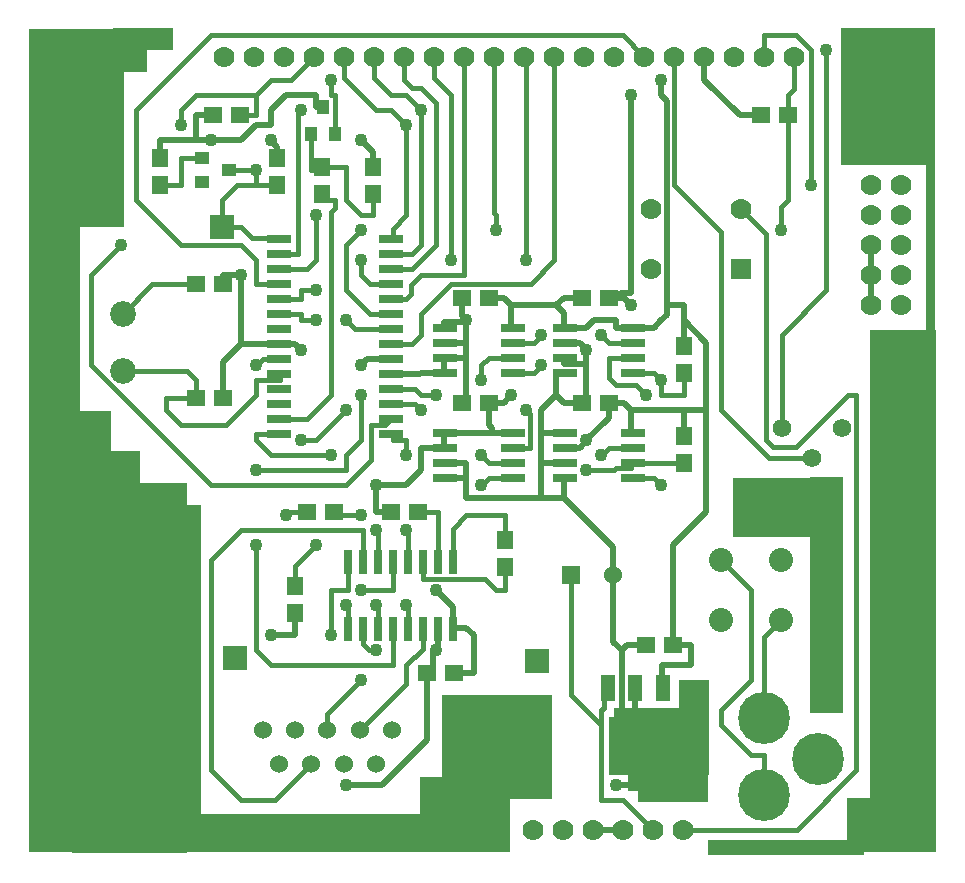
<source format=gbr>
G04 GERBER ASCII OUTPUT FROM: EDWIN 2000 (VER. 1.1 REV. 20011025)*
G04 GERBER FORMAT: RX-274-X*
G04 BOARD: PROTON_SER_GLCD*
G04 ARTWORK OF COMP.LAYER POSITIVE*
%ASAXBY*%
%FSLAX23Y23*%
%MIA0B0*%
%MOIN*%
%OFA0.0000B0.0000*%
%SFA1B1*%
%IJA0B0*%
%INLAYER2POS*%
%IOA0B0*%
%IPPOS*%
%IR0*%
G04 APERTURE MACROS*
%AMEDWDONUT*
1,1,$1,$2,$3*
1,0,$4,$2,$3*
%
%AMEDWFRECT*
2,1,$1,$2,$3,$4,$5,$6*
%
%AMEDWORECT*
2,1,$1,$2,$3,$4,$5,$10*
2,1,$1,$4,$5,$6,$7,$10*
2,1,$1,$6,$7,$8,$9,$10*
2,1,$1,$8,$9,$2,$3,$10*
1,1,$1,$2,$3*
1,1,$1,$4,$5*
1,1,$1,$6,$7*
1,1,$1,$8,$9*
%
%AMEDWLINER*
2,1,$1,$2,$3,$4,$5,$6*
1,1,$1,$2,$3*
1,1,$1,$4,$5*
%
%AMEDWFTRNG*
4,1,3,$1,$2,$3,$4,$5,$6,$7,$8,$9*
%
%AMEDWATRNG*
4,1,3,$1,$2,$3,$4,$5,$6,$7,$8,$9*
2,1,$11,$1,$2,$3,$4,$10*
2,1,$11,$3,$4,$5,$6,$10*
2,1,$11,$5,$6,$7,$8,$10*
1,1,$11,$3,$4*
1,1,$11,$5,$6*
1,1,$11,$7,$8*
%
%AMEDWOTRNG*
2,1,$1,$2,$3,$4,$5,$8*
2,1,$1,$4,$5,$6,$7,$8*
2,1,$1,$6,$7,$2,$3,$8*
1,1,$1,$2,$3*
1,1,$1,$4,$5*
1,1,$1,$6,$7*
%
G04*
G04 APERTURE LIST*
%ADD10R,0.0700X0.0650*%
%ADD11R,0.0940X0.0890*%
%ADD12R,0.0600X0.0550*%
%ADD13R,0.0840X0.0790*%
%ADD14R,0.0650X0.0700*%
%ADD15R,0.0890X0.0940*%
%ADD16R,0.0550X0.0600*%
%ADD17R,0.0790X0.0840*%
%ADD18R,0.0350X0.0900*%
%ADD19R,0.0590X0.1140*%
%ADD20R,0.0250X0.0800*%
%ADD21R,0.0490X0.1040*%
%ADD22R,0.0900X0.0350*%
%ADD23R,0.1140X0.0590*%
%ADD24R,0.0800X0.0250*%
%ADD25R,0.1040X0.0490*%
%ADD26R,0.0800X0.0800*%
%ADD27R,0.1040X0.1040*%
%ADD28R,0.0700X0.0700*%
%ADD29R,0.0940X0.0940*%
%ADD30R,0.0570X0.0970*%
%ADD31R,0.0810X0.1210*%
%ADD32R,0.0470X0.0870*%
%ADD33R,0.0710X0.1110*%
%ADD34R,0.1520X0.0970*%
%ADD35R,0.1760X0.1210*%
%ADD36R,0.1420X0.0870*%
%ADD37R,0.1660X0.1110*%
%ADD38R,0.0600X0.0600*%
%ADD39R,0.0840X0.0840*%
%ADD40R,0.0500X0.0580*%
%ADD41R,0.0740X0.0820*%
%ADD42R,0.0400X0.0480*%
%ADD43R,0.0640X0.0720*%
%ADD44R,0.0580X0.0500*%
%ADD45R,0.0820X0.0740*%
%ADD46R,0.0480X0.0400*%
%ADD47R,0.0720X0.0640*%
%ADD48R,0.0900X0.0900*%
%ADD49R,0.1140X0.1140*%
%ADD50C,0.0010*%
%ADD52C,0.0020*%
%ADD53R,0.0020X0.0020*%
%ADD54C,0.0030*%
%ADD55R,0.0030X0.0030*%
%ADD56C,0.0040*%
%ADD57R,0.0040X0.0040*%
%ADD58C,0.0050*%
%ADD59R,0.0050X0.0050*%
%ADD60C,0.00787*%
%ADD61R,0.00787X0.00787*%
%ADD62C,0.0080*%
%ADD64C,0.00984*%
%ADD65R,0.00984X0.00984*%
%ADD66C,0.0120*%
%ADD68C,0.0130*%
%ADD70C,0.01598*%
%ADD72C,0.01969*%
%ADD73R,0.01969X0.01969*%
%ADD74C,0.0200*%
%ADD76C,0.0250*%
%ADD77R,0.0250X0.0250*%
%ADD78C,0.0290*%
%ADD80C,0.03004*%
%ADD81R,0.03004X0.03004*%
%ADD82C,0.0320*%
%ADD84C,0.0350*%
%ADD85R,0.0350X0.0350*%
%ADD86C,0.0360*%
%ADD88C,0.0370*%
%ADD90C,0.03937*%
%ADD91R,0.03937X0.03937*%
%ADD92C,0.03998*%
%ADD94C,0.04331*%
%ADD95R,0.04331X0.04331*%
%ADD96C,0.04346*%
%ADD97R,0.04346X0.04346*%
%ADD98C,0.0440*%
%ADD100C,0.0490*%
%ADD101R,0.0490X0.0490*%
%ADD102C,0.0500*%
%ADD103R,0.0500X0.0500*%
%ADD104C,0.05404*%
%ADD105R,0.05404X0.05404*%
%ADD106C,0.0560*%
%ADD108C,0.0590*%
%ADD109R,0.0590X0.0590*%
%ADD110C,0.05906*%
%ADD111R,0.05906X0.05906*%
%ADD112C,0.0600*%
%ADD113R,0.0600X0.0600*%
%ADD114C,0.0620*%
%ADD116C,0.06693*%
%ADD117R,0.06693X0.06693*%
%ADD118C,0.06746*%
%ADD119R,0.06746X0.06746*%
%ADD120C,0.06906*%
%ADD121R,0.06906X0.06906*%
%ADD122C,0.0700*%
%ADD123R,0.0700X0.0700*%
%ADD124C,0.07087*%
%ADD125R,0.07087X0.07087*%
%ADD126C,0.0760*%
%ADD127R,0.0760X0.0760*%
%ADD128C,0.0800*%
%ADD129R,0.0800X0.0800*%
%ADD130C,0.08306*%
%ADD131R,0.08306X0.08306*%
%ADD132C,0.0840*%
%ADD133R,0.0840X0.0840*%
%ADD134C,0.08583*%
%ADD135R,0.08583X0.08583*%
%ADD136C,0.0860*%
%ADD138C,0.0880*%
%ADD140C,0.0900*%
%ADD141R,0.0900X0.0900*%
%ADD142C,0.09012*%
%ADD143R,0.09012X0.09012*%
%ADD144C,0.0940*%
%ADD145R,0.0940X0.0940*%
%ADD146C,0.09441*%
%ADD147R,0.09441X0.09441*%
%ADD148C,0.0960*%
%ADD150C,0.1000*%
%ADD151R,0.1000X0.1000*%
%ADD152C,0.10016*%
%ADD153R,0.10016X0.10016*%
%ADD154C,0.1040*%
%ADD155R,0.1040X0.1040*%
%ADD156C,0.10728*%
%ADD157R,0.10728X0.10728*%
%ADD158C,0.10983*%
%ADD159R,0.10983X0.10983*%
%ADD160C,0.1100*%
%ADD162C,0.11157*%
%ADD163R,0.11157X0.11157*%
%ADD164C,0.1120*%
%ADD166C,0.1140*%
%ADD167R,0.1140X0.1140*%
%ADD168C,0.11412*%
%ADD169R,0.11412X0.11412*%
%ADD170C,0.11841*%
%ADD171R,0.11841X0.11841*%
%ADD172C,0.1200*%
%ADD174C,0.12016*%
%ADD175R,0.12016X0.12016*%
%ADD176C,0.12416*%
%ADD177R,0.12416X0.12416*%
%ADD178C,0.1300*%
%ADD180C,0.13128*%
%ADD181R,0.13128X0.13128*%
%ADD182C,0.13557*%
%ADD183R,0.13557X0.13557*%
%ADD184C,0.13732*%
%ADD185R,0.13732X0.13732*%
%ADD186C,0.1400*%
%ADD188C,0.14416*%
%ADD189R,0.14416X0.14416*%
%ADD190C,0.1500*%
%ADD192C,0.1502*%
%ADD193R,0.1502X0.1502*%
%ADD194C,0.1540*%
%ADD196C,0.15449*%
%ADD197R,0.15449X0.15449*%
%ADD198C,0.15748*%
%ADD200C,0.16132*%
%ADD201R,0.16132X0.16132*%
%ADD202C,0.16142*%
%ADD204C,0.16307*%
%ADD205R,0.16307X0.16307*%
%ADD206C,0.1640*%
%ADD208C,0.16736*%
%ADD209R,0.16736X0.16736*%
%ADD210C,0.17165*%
%ADD211R,0.17165X0.17165*%
%ADD212C,0.17323*%
%ADD214C,0.1742*%
%ADD215R,0.1742X0.1742*%
%ADD216C,0.17849*%
%ADD217R,0.17849X0.17849*%
%ADD218C,0.18148*%
%ADD220C,0.18542*%
%ADD222C,0.18707*%
%ADD223R,0.18707X0.18707*%
%ADD224C,0.18898*%
%ADD226C,0.19136*%
%ADD227R,0.19136X0.19136*%
%ADD228C,0.19565*%
%ADD229R,0.19565X0.19565*%
%ADD230C,0.19685*%
%ADD232C,0.1974*%
%ADD233R,0.1974X0.1974*%
%ADD234C,0.20598*%
%ADD235R,0.20598X0.20598*%
%ADD236C,0.2126*%
%ADD238C,0.21457*%
%ADD239R,0.21457X0.21457*%
%ADD240C,0.21886*%
%ADD241R,0.21886X0.21886*%
%ADD242C,0.2214*%
%ADD243R,0.2214X0.2214*%
%ADD244C,0.22744*%
%ADD245R,0.22744X0.22744*%
%ADD246C,0.22835*%
%ADD249R,0.22998X0.22998*%
%ADD251R,0.23433X0.23433*%
%ADD253R,0.23602X0.23602*%
%ADD255R,0.23857X0.23857*%
%ADD257R,0.24286X0.24286*%
%ADD259R,0.25144X0.25144*%
%ADD261R,0.25748X0.25748*%
%ADD263R,0.25833X0.25833*%
%ADD265R,0.26002X0.26002*%
%ADD267R,0.26177X0.26177*%
%ADD269R,0.26835X0.26835*%
%ADD271R,0.28148X0.28148*%
%ADD273R,0.28577X0.28577*%
%ADD275R,0.28752X0.28752*%
%ADD277R,0.29235X0.29235*%
%ADD279R,0.30039X0.30039*%
%ADD281R,0.31152X0.31152*%
%ADD283R,0.31327X0.31327*%
%ADD285R,0.3137X0.3137*%
%ADD287R,0.32185X0.32185*%
%ADD289R,0.32439X0.32439*%
%ADD291R,0.33727X0.33727*%
%ADD293R,0.3377X0.3377*%
%ADD295R,0.34585X0.34585*%
%ADD297R,0.36047X0.36047*%
%ADD299R,0.36906X0.36906*%
%ADD301R,0.38447X0.38447*%
%ADD303R,0.39306X0.39306*%
%ADD305R,0.41197X0.41197*%
%ADD307R,0.43597X0.43597*%
%ADD309R,0.45917X0.45917*%
%ADD311R,0.48317X0.48317*%
%ADD313R,0.50209X0.50209*%
%ADD315R,0.51925X0.51925*%
%ADD317R,0.52609X0.52609*%
%ADD319R,0.54325X0.54325*%
%ADD321R,0.57504X0.57504*%
%ADD323R,0.5965X0.5965*%
%ADD325R,0.59904X0.59904*%
%ADD327R,0.6205X0.6205*%
%ADD329R,1.06425X1.06425*%
%ADD331R,1.08825X1.08825*%
%ADD332C,1.18825*%
%ADD333R,1.18825X1.18825*%
%ADD334C,1.28825*%
%ADD335R,1.28825X1.28825*%
%ADD336C,1.38825*%
%ADD337R,1.38825X1.38825*%
%ADD338C,1.48825*%
%ADD339R,1.48825X1.48825*%
%ADD340C,1.58825*%
%ADD341R,1.58825X1.58825*%
%ADD342C,1.68825*%
%ADD343R,1.68825X1.68825*%
%ADD344C,1.78825*%
%ADD345R,1.78825X1.78825*%
%ADD346C,1.88825*%
%ADD347R,1.88825X1.88825*%
%ADD348C,1.98825*%
%ADD349R,1.98825X1.98825*%
G04*
D122*
X2549Y2653D02*D03*
X2449Y2653D02*D03*
X2349Y2653D02*D03*
X2249Y2653D02*D03*
X2149Y2653D02*D03*
X2049Y2653D02*D03*
X1949Y2653D02*D03*
X1849Y2653D02*D03*
X1749Y2653D02*D03*
X1649Y2653D02*D03*
X1549Y2653D02*D03*
X1449Y2653D02*D03*
X1349Y2653D02*D03*
X1249Y2653D02*D03*
X1149Y2653D02*D03*
X1049Y2653D02*D03*
X949Y2653D02*D03*
X849Y2653D02*D03*
X749Y2653D02*D03*
X649Y2653D02*D03*
D198*
X2862Y2645D02*D03*
X165Y2645D02*D03*
X165Y106D02*D03*
X2862Y106D02*D03*
D212*
X2449Y450D02*D03*
X2626Y312D02*D03*
X2449Y194D02*D03*
D12* 
X2145Y694D02*D03*
X2055Y694D02*D03*
X555Y1895D02*D03*
X645Y1895D02*D03*
X555Y1515D02*D03*
X645Y1515D02*D03*
D16* 
X825Y2315D02*D03*
X825Y2225D02*D03*
D12* 
X1415Y600D02*D03*
X1325Y600D02*D03*
D16* 
X1583Y951D02*D03*
X1583Y1041D02*D03*
D12* 
X1015Y1135D02*D03*
X925Y1135D02*D03*
D16* 
X885Y890D02*D03*
X885Y800D02*D03*
D12* 
X1205Y1135D02*D03*
X1295Y1135D02*D03*
D20* 
X1410Y970D02*D03*
X1360Y970D02*D03*
X1310Y970D02*D03*
X1260Y970D02*D03*
X1210Y970D02*D03*
X1160Y970D02*D03*
X1110Y970D02*D03*
X1060Y970D02*D03*
X1060Y745D02*D03*
X1110Y745D02*D03*
X1160Y745D02*D03*
X1210Y745D02*D03*
X1260Y745D02*D03*
X1310Y745D02*D03*
X1360Y745D02*D03*
X1410Y745D02*D03*
D128*
X2505Y775D02*D03*
X2505Y975D02*D03*
X2305Y975D02*D03*
X2305Y775D02*D03*
D24* 
X830Y2045D02*D03*
X830Y1995D02*D03*
X830Y1945D02*D03*
X830Y1895D02*D03*
X830Y1845D02*D03*
X830Y1795D02*D03*
X830Y1745D02*D03*
X830Y1695D02*D03*
X830Y1645D02*D03*
X830Y1595D02*D03*
X830Y1545D02*D03*
X830Y1495D02*D03*
X830Y1445D02*D03*
X830Y1395D02*D03*
X1205Y1395D02*D03*
X1205Y1445D02*D03*
X1205Y1495D02*D03*
X1205Y1545D02*D03*
X1205Y1595D02*D03*
X1205Y1645D02*D03*
X1205Y1695D02*D03*
X1205Y1745D02*D03*
X1205Y1795D02*D03*
X1205Y1845D02*D03*
X1205Y1895D02*D03*
X1205Y1945D02*D03*
X1205Y1995D02*D03*
X1205Y2045D02*D03*
X1385Y1750D02*D03*
X1385Y1700D02*D03*
X1385Y1650D02*D03*
X1385Y1600D02*D03*
X1610Y1600D02*D03*
X1610Y1650D02*D03*
X1610Y1700D02*D03*
X1610Y1750D02*D03*
D114*
X2506Y1416D02*D03*
X2606Y1316D02*D03*
X2706Y1416D02*D03*
D112*
X1208Y408D02*D03*
X1100Y408D02*D03*
X992Y408D02*D03*
X884Y408D02*D03*
X776Y408D02*D03*
X1154Y296D02*D03*
X1046Y296D02*D03*
X938Y296D02*D03*
X830Y296D02*D03*
D178*
X1484Y352D02*D03*
X500Y352D02*D03*
D28* 
X2370Y1946D02*D03*
D122*
X2370Y2146D02*D03*
X2070Y2146D02*D03*
X2070Y1946D02*D03*
D16* 
X435Y2225D02*D03*
X435Y2315D02*D03*
D12* 
X700Y2460D02*D03*
X610Y2460D02*D03*
D16* 
X2180Y1300D02*D03*
X2180Y1390D02*D03*
X2180Y1600D02*D03*
X2180Y1690D02*D03*
D136*
X310Y1797D02*D03*
X310Y1605D02*D03*
D32* 
X2110Y548D02*D03*
X2019Y548D02*D03*
X1928Y548D02*D03*
D36* 
X2018Y304D02*D03*
D38* 
X1805Y925D02*D03*
D112*
X1945Y925D02*D03*
D24* 
X1785Y1750D02*D03*
X1785Y1700D02*D03*
X1785Y1650D02*D03*
X1785Y1600D02*D03*
X2010Y1600D02*D03*
X2010Y1650D02*D03*
X2010Y1700D02*D03*
X2010Y1750D02*D03*
X1785Y1400D02*D03*
X1785Y1350D02*D03*
X1785Y1300D02*D03*
X1785Y1250D02*D03*
X2010Y1250D02*D03*
X2010Y1300D02*D03*
X2010Y1350D02*D03*
X2010Y1400D02*D03*
X1385Y1400D02*D03*
X1385Y1350D02*D03*
X1385Y1300D02*D03*
X1385Y1250D02*D03*
X1610Y1250D02*D03*
X1610Y1300D02*D03*
X1610Y1350D02*D03*
X1610Y1400D02*D03*
D12* 
X2527Y2458D02*D03*
X2437Y2458D02*D03*
D42* 
X939Y2397D02*D03*
X1019Y2397D02*D03*
X979Y2485D02*D03*
D16* 
X1145Y2195D02*D03*
X1145Y2285D02*D03*
D46* 
X575Y2315D02*D03*
X575Y2235D02*D03*
X663Y2275D02*D03*
D16* 
X975Y2195D02*D03*
X975Y2285D02*D03*
D12* 
X1840Y1850D02*D03*
X1930Y1850D02*D03*
X1530Y1850D02*D03*
X1440Y1850D02*D03*
X1930Y1500D02*D03*
X1840Y1500D02*D03*
X1530Y1500D02*D03*
X1440Y1500D02*D03*
D122*
X1678Y76D02*D03*
X1778Y76D02*D03*
X1878Y76D02*D03*
X2176Y76D02*D03*
X2076Y76D02*D03*
X1976Y76D02*D03*
X2805Y2225D02*D03*
X2905Y2225D02*D03*
X2805Y2125D02*D03*
X2905Y2125D02*D03*
X2805Y2025D02*D03*
X2905Y2025D02*D03*
X2805Y1925D02*D03*
X2905Y1925D02*D03*
X2805Y1825D02*D03*
X2905Y1825D02*D03*
D26* 
X685Y650D02*D03*
X1690Y640D02*D03*
X640Y2085D02*D03*
D94* 
X1355Y875D02*D03*
X2105Y2575D02*D03*
X1605Y1525D02*D03*
X905Y1675D02*D03*
X1955Y225D02*D03*
X1105Y2375D02*D03*
X1855Y1675D02*D03*
X1055Y225D02*D03*
X1455Y1775D02*D03*
X805Y725D02*D03*
X1355Y675D02*D03*
X705Y1925D02*D03*
X805Y2375D02*D03*
X2005Y1825D02*D03*
X2005Y2525D02*D03*
X2055Y1525D02*D03*
X1505Y1575D02*D03*
X905Y2475D02*D03*
X755Y1625D02*D03*
X1705Y1625D02*D03*
X1255Y1325D02*D03*
X2105Y1575D02*D03*
X2105Y1225D02*D03*
X1505Y1225D02*D03*
X1005Y2575D02*D03*
X2505Y2075D02*D03*
X955Y1775D02*D03*
X1105Y1625D02*D03*
X1855Y1375D02*D03*
X605Y2375D02*D03*
X1155Y1225D02*D03*
X2655Y2675D02*D03*
X305Y2025D02*D03*
X505Y2425D02*D03*
X1905Y1325D02*D03*
X1905Y1725D02*D03*
X1705Y1725D02*D03*
X1655Y1475D02*D03*
X955Y1025D02*D03*
X1155Y1075D02*D03*
X1105Y1125D02*D03*
X1255Y1075D02*D03*
X855Y1125D02*D03*
X1105Y875D02*D03*
X1855Y1275D02*D03*
X1505Y1325D02*D03*
X1005Y1325D02*D03*
X1655Y1975D02*D03*
X1055Y1775D02*D03*
X1555Y2075D02*D03*
X1105Y2075D02*D03*
X1305Y1475D02*D03*
X1055Y1475D02*D03*
X905Y1375D02*D03*
X1155Y825D02*D03*
X1355Y1525D02*D03*
X1105Y1525D02*D03*
X755Y1275D02*D03*
X755Y1025D02*D03*
X1405Y1975D02*D03*
X1105Y1975D02*D03*
X1305Y2475D02*D03*
X1255Y2425D02*D03*
X1155Y675D02*D03*
X1055Y825D02*D03*
X1005Y725D02*D03*
X755Y2275D02*D03*
X1255Y825D02*D03*
X1105Y575D02*D03*
X2605Y2225D02*D03*
X955Y1875D02*D03*
X955Y2125D02*D03*
G36*
X-1Y2746D02*
X-1Y2085D01*
X313Y2085D01*
X313Y2746D01*
X-1Y2746D01*
G37*
G36*
X278Y2750D02*
X278Y2677D01*
X476Y2677D01*
X476Y2750D01*
X278Y2750D01*
G37*
G36*
X278Y2699D02*
X278Y2604D01*
X390Y2604D01*
X390Y2699D01*
X278Y2699D01*
G37*
G36*
X-1Y2111D02*
X-1Y4D01*
X167Y4D01*
X167Y2111D01*
X-1Y2111D01*
G37*
G36*
X141Y1338D02*
X141Y-1D01*
X369Y-1D01*
X369Y1338D01*
X141Y1338D01*
G37*
G36*
X98Y1471D02*
X98Y1248D01*
X270Y1248D01*
X270Y1471D01*
X98Y1471D01*
G37*
G36*
X351Y1231D02*
X351Y-1D01*
X523Y-1D01*
X523Y1231D01*
X351Y1231D01*
G37*
G36*
X459Y1158D02*
X459Y4D01*
X570Y4D01*
X570Y1158D01*
X459Y1158D01*
G37*
G36*
X536Y128D02*
X536Y4D01*
X1600Y4D01*
X1600Y128D01*
X536Y128D01*
G37*
G36*
X1373Y527D02*
X1373Y180D01*
X1742Y180D01*
X1742Y527D01*
X1373Y527D01*
G37*
G36*
X1300Y253D02*
X1300Y81D01*
X1600Y81D01*
X1600Y253D01*
X1300Y253D01*
G37*
G36*
X2802Y1742D02*
X2802Y4D01*
X3021Y4D01*
X3021Y1742D01*
X2802Y1742D01*
G37*
G36*
X2724Y184D02*
X2724Y4D01*
X2836Y4D01*
X2836Y184D01*
X2724Y184D01*
G37*
G36*
X2261Y42D02*
X2261Y-9D01*
X2780Y-9D01*
X2780Y42D01*
X2261Y42D01*
G37*
G36*
X2343Y1248D02*
X2343Y1051D01*
X2703Y1051D01*
X2703Y1248D01*
X2343Y1248D01*
G37*
G36*
X2600Y1253D02*
X2600Y467D01*
X2712Y467D01*
X2712Y1253D01*
X2600Y1253D01*
G37*
G36*
X2703Y2750D02*
X2703Y2291D01*
X3016Y2291D01*
X3016Y2750D01*
X2703Y2750D01*
G37*
G36*
X2986Y2295D02*
X2986Y1707D01*
X3016Y1707D01*
X3016Y2295D01*
X2986Y2295D01*
G37*
G36*
X1949Y483D02*
X1949Y260D01*
X2263Y260D01*
X2263Y483D01*
X1949Y483D01*
G37*
G36*
X1930Y451D02*
X1930Y258D01*
X1974Y258D01*
X1974Y451D01*
X1930Y451D01*
G37*
G36*
X1993Y268D02*
X1993Y205D01*
X2261Y205D01*
X2261Y268D01*
X1993Y268D01*
G37*
G36*
X2163Y576D02*
X2163Y432D01*
X2263Y432D01*
X2263Y576D01*
X2163Y576D01*
G37*
G36*
X2027Y228D02*
X2027Y169D01*
X2261Y169D01*
X2261Y228D01*
X2027Y228D01*
G37*
D74* 
X705Y1925D02*
X705Y1695D01*
X645Y1635D01*
X645Y1515D01*
X1455Y1700D02*
X1455Y1650D01*
X1455Y1500D01*
X1440Y1500D01*
X1455Y1700D02*
X1455Y1769D01*
X1380Y1769D01*
X1380Y1750D01*
X1705Y1184D02*
X1455Y1184D01*
X1455Y1250D01*
X1945Y925D02*
X1945Y703D01*
X1973Y675D01*
X1755Y1525D02*
X1755Y1600D01*
X1780Y1600D01*
X2005Y1825D02*
X1980Y1850D01*
X1955Y1850D01*
X2005Y2525D02*
X2005Y1866D01*
X1971Y1866D01*
X1955Y1850D01*
X1840Y1500D02*
X1780Y1500D01*
X1755Y1525D01*
X1705Y1400D02*
X1780Y1400D01*
X1455Y1700D02*
X1380Y1700D01*
X1380Y1650D02*
X1455Y1650D01*
X1840Y1500D02*
X1855Y1500D01*
X1855Y1629D01*
X1780Y1629D01*
X1780Y1650D01*
X1755Y1525D02*
X1705Y1475D01*
X1705Y1400D01*
X1705Y1300D01*
X1780Y1300D01*
X1705Y1184D02*
X1705Y1300D01*
X1455Y1250D02*
X1455Y1300D01*
X1380Y1300D01*
X1705Y1184D02*
X1780Y1184D01*
X1945Y925D02*
X1945Y1019D01*
X1780Y1184D01*
X1973Y675D02*
X1973Y420D01*
X2018Y375D01*
X2018Y549D01*
X1105Y2375D02*
X1145Y2335D01*
X1145Y2285D01*
X835Y1695D02*
X705Y1695D01*
X1380Y1600D02*
X1305Y1600D01*
X1300Y1595D01*
X1210Y1595D01*
X1455Y1775D02*
X1455Y1769D01*
X1455Y1250D02*
X1380Y1250D01*
X2018Y305D02*
X2018Y375D01*
X1973Y675D02*
X1992Y694D01*
X2055Y694D01*
X1780Y1184D02*
X1780Y1250D01*
X1955Y1850D02*
X1930Y1850D01*
X2805Y1825D02*
X2805Y1925D01*
X2805Y2025D01*
X1855Y1675D02*
X1855Y1629D01*
X2018Y305D02*
X2018Y225D01*
X1955Y225D01*
X805Y725D02*
X885Y725D01*
X885Y800D01*
X1325Y600D02*
X1325Y375D01*
X1175Y225D01*
X1055Y225D01*
X1380Y1650D02*
X1380Y1600D01*
X705Y1925D02*
X645Y1925D01*
X645Y1895D01*
X1455Y1775D02*
X1440Y1790D01*
X1440Y1850D01*
X1878Y76D02*
X1976Y76D01*
X1325Y600D02*
X1345Y600D01*
X1345Y665D01*
X1355Y675D01*
X555Y2375D02*
X555Y2460D01*
X610Y2460D01*
X555Y2375D02*
X435Y2375D01*
X435Y2315D01*
X2180Y1775D02*
X2180Y1690D01*
X2145Y694D02*
X2145Y1025D01*
X2255Y1135D01*
X2255Y1475D01*
X1780Y1750D02*
X1780Y1800D01*
X1755Y1825D01*
X1780Y1850D01*
X1840Y1850D01*
X2255Y1475D02*
X2255Y1700D01*
X2180Y1775D01*
X2123Y1825D02*
X2180Y1825D01*
X2180Y1775D01*
X1930Y1500D02*
X1980Y1500D01*
X2005Y1475D01*
X2180Y1475D01*
X1530Y1500D02*
X1530Y1425D01*
X1540Y1415D01*
X1540Y1400D01*
X1380Y1400D01*
X1855Y1675D02*
X1855Y1678D01*
X1833Y1700D01*
X1780Y1700D01*
X805Y2375D02*
X805Y2373D01*
X825Y2353D01*
X825Y2315D01*
X835Y1695D02*
X883Y1695D01*
X903Y1675D01*
X905Y1675D01*
X1355Y675D02*
X1360Y680D01*
X1360Y750D01*
X2249Y2653D02*
X2249Y2575D01*
X2366Y2458D01*
X2437Y2458D01*
X1605Y1825D02*
X1605Y1750D01*
X1380Y1350D02*
X1380Y1400D01*
X1780Y1750D02*
X1855Y1750D01*
X1880Y1775D01*
X1955Y1775D01*
X1955Y1750D01*
X2005Y1750D01*
X2145Y694D02*
X2205Y694D01*
X2205Y625D01*
X2109Y625D01*
X2109Y549D01*
X2180Y1475D02*
X2255Y1475D01*
X1530Y1500D02*
X1580Y1500D01*
X1605Y1525D01*
X2005Y1475D02*
X2005Y1400D01*
X605Y2375D02*
X555Y2375D01*
X1930Y1500D02*
X1930Y1450D01*
X1855Y1375D01*
X605Y2375D02*
X705Y2375D01*
X755Y2425D01*
X805Y2425D01*
X805Y2475D01*
X855Y2525D01*
X955Y2525D01*
X955Y2485D01*
X979Y2485D01*
X1380Y1350D02*
X1305Y1350D01*
X1305Y1275D01*
X1255Y1225D01*
X1155Y1225D01*
X1605Y1825D02*
X1755Y1825D01*
X1540Y1400D02*
X1605Y1400D01*
D70* 
X955Y1775D02*
X905Y1775D01*
X905Y1795D01*
X835Y1795D01*
X2527Y2458D02*
X2527Y2525D01*
X2549Y2547D01*
X2549Y2653D01*
D74* 
X1855Y1375D02*
X1855Y1372D01*
X1833Y1350D01*
X1780Y1350D01*
X1605Y1825D02*
X1580Y1850D01*
X1530Y1850D01*
X1155Y1225D02*
X1155Y1135D01*
X1205Y1135D01*
X2005Y1750D02*
X2080Y1750D01*
X2105Y1775D01*
X2180Y1475D02*
X2180Y1390D01*
X1105Y1625D02*
X1125Y1645D01*
X1210Y1645D01*
X1410Y750D02*
X1455Y750D01*
X1480Y725D01*
X1480Y600D01*
X1415Y600D01*
X1410Y750D02*
X1410Y820D01*
X1355Y875D01*
X2105Y1775D02*
X2123Y1793D01*
X2123Y1825D01*
X2105Y2575D02*
X2105Y2525D01*
X2123Y2507D01*
X2123Y1825D01*
D70* 
X435Y2225D02*
X505Y2225D01*
X505Y2315D01*
X575Y2315D01*
X2449Y450D02*
X2449Y719D01*
X2505Y775D01*
X1505Y1225D02*
X1530Y1250D01*
X1605Y1250D01*
X1705Y1625D02*
X1680Y1600D01*
X1605Y1600D01*
X2105Y1575D02*
X2080Y1600D01*
X2005Y1600D01*
X2105Y1225D02*
X2080Y1250D01*
X2005Y1250D01*
X1255Y1325D02*
X1255Y1375D01*
X1210Y1375D01*
X1210Y1395D01*
X2105Y1575D02*
X2105Y1525D01*
X2180Y1525D01*
X2180Y1600D01*
X1005Y2575D02*
X1005Y2525D01*
X1019Y2525D01*
X1019Y2397D01*
X2527Y2458D02*
X2527Y2175D01*
X2505Y2153D01*
X2505Y2075D01*
X2005Y1300D02*
X2005Y1281D01*
X1955Y1281D01*
X1949Y1275D01*
X1855Y1275D01*
X2055Y1525D02*
X2022Y1558D01*
X1955Y1558D01*
X1930Y1582D01*
X1930Y1650D01*
X2005Y1650D01*
X2005Y1300D02*
X2180Y1300D01*
X905Y2475D02*
X895Y2465D01*
X895Y1995D01*
X835Y1995D01*
X555Y1515D02*
X455Y1515D01*
X455Y1475D01*
X505Y1425D01*
X655Y1425D01*
X755Y1525D01*
X755Y1575D01*
X835Y1575D01*
X835Y1595D01*
X555Y1515D02*
X555Y1575D01*
X525Y1605D01*
X310Y1605D01*
X755Y1625D02*
X757Y1625D01*
X777Y1645D01*
X835Y1645D01*
X310Y1797D02*
X408Y1895D01*
X555Y1895D01*
X938Y296D02*
X817Y175D01*
X705Y175D01*
X605Y275D01*
X605Y975D01*
X705Y1075D01*
X1110Y1075D01*
X1110Y975D01*
X2449Y194D02*
X2449Y325D01*
X2405Y325D01*
X2305Y425D01*
X2305Y475D01*
X2405Y575D01*
X2405Y875D01*
X2305Y975D01*
X1360Y975D02*
X1360Y1135D01*
X1295Y1135D01*
X955Y1025D02*
X885Y955D01*
X885Y890D01*
X1155Y1075D02*
X1160Y1070D01*
X1160Y975D01*
X1105Y1125D02*
X1015Y1125D01*
X1015Y1135D01*
X1255Y1075D02*
X1260Y1070D01*
X1260Y975D01*
X855Y1125D02*
X865Y1135D01*
X925Y1135D01*
X1105Y875D02*
X1210Y875D01*
X1210Y975D01*
X1583Y951D02*
X1583Y875D01*
X1555Y875D01*
X1517Y913D01*
X1310Y913D01*
X1310Y975D01*
X1583Y1041D02*
X1583Y1125D01*
X1455Y1125D01*
X1410Y1080D01*
X1410Y975D01*
X1505Y1325D02*
X1530Y1300D01*
X1605Y1300D01*
X1005Y1325D02*
X805Y1325D01*
X755Y1375D01*
X755Y1395D01*
X835Y1395D01*
X1505Y1575D02*
X1505Y1625D01*
X1530Y1650D01*
X1605Y1650D01*
X1255Y2425D02*
X1205Y2475D01*
X1155Y2475D01*
X1049Y2581D01*
X1049Y2653D01*
X2149Y2653D02*
X2149Y2225D01*
X2305Y2069D01*
X2305Y1475D01*
X2464Y1316D01*
X2606Y1316D01*
X2655Y2675D02*
X2655Y1875D01*
X2506Y1726D01*
X2506Y1416D01*
X305Y2025D02*
X205Y1925D01*
X205Y1625D01*
X605Y1225D01*
X1055Y1225D01*
X1139Y1309D01*
X1139Y1425D01*
X1185Y1425D01*
X1205Y1445D01*
X1210Y1445D01*
X755Y2525D02*
X805Y2575D01*
X871Y2575D01*
X949Y2653D01*
X505Y2425D02*
X505Y2475D01*
X555Y2525D01*
X755Y2525D01*
X755Y2460D01*
X700Y2460D01*
X1655Y1475D02*
X1667Y1463D01*
X1667Y1350D01*
X1605Y1350D01*
X1705Y1725D02*
X1680Y1700D01*
X1605Y1700D01*
X1905Y1325D02*
X1930Y1350D01*
X2005Y1350D01*
X1905Y1725D02*
X1930Y1700D01*
X2005Y1700D01*
X1355Y1525D02*
X1305Y1525D01*
X1285Y1545D01*
X1210Y1545D01*
X1105Y1525D02*
X1105Y1375D01*
X1055Y1325D01*
X1055Y1275D01*
X755Y1275D01*
X755Y1025D02*
X755Y675D01*
X805Y625D01*
X1210Y625D01*
X1210Y750D01*
X1449Y2653D02*
X1449Y1925D01*
X1305Y1925D01*
X1271Y1891D01*
X1271Y1861D01*
X1255Y1845D01*
X1210Y1845D01*
X975Y2285D02*
X975Y2275D01*
X939Y2275D01*
X939Y2397D01*
X975Y2285D02*
X1055Y2285D01*
X1055Y2175D01*
X1105Y2125D01*
X1145Y2125D01*
X1145Y2195D01*
X1405Y1975D02*
X1405Y2525D01*
X1349Y2581D01*
X1349Y2653D01*
X1105Y1975D02*
X1105Y1925D01*
X1135Y1895D01*
X1210Y1895D01*
X1249Y2653D02*
X1249Y2575D01*
X1274Y2550D01*
X1305Y2550D01*
X1355Y2500D01*
X1355Y2025D01*
X1275Y1945D01*
X1210Y1945D01*
X1305Y2475D02*
X1305Y2025D01*
X1275Y1995D01*
X1210Y1995D01*
X1305Y2475D02*
X1255Y2525D01*
X1205Y2525D01*
X1149Y2581D01*
X1149Y2653D01*
X1255Y2425D02*
X1255Y2125D01*
X1210Y2080D01*
X1210Y2045D01*
X955Y1875D02*
X905Y1875D01*
X905Y1845D01*
X835Y1845D01*
X2049Y2653D02*
X1977Y2725D01*
X605Y2725D01*
X355Y2475D01*
X355Y2175D01*
X505Y2025D01*
X705Y2025D01*
X755Y1975D01*
X755Y1895D01*
X835Y1895D01*
X955Y2125D02*
X955Y1975D01*
X925Y1945D01*
X835Y1945D01*
X1749Y2653D02*
X1749Y1975D01*
X1671Y1897D01*
X1405Y1897D01*
X1305Y1797D01*
X1305Y1725D01*
X1275Y1695D01*
X1210Y1695D01*
X1655Y1975D02*
X1655Y2647D01*
X1649Y2653D01*
X1055Y1775D02*
X1085Y1745D01*
X1210Y1745D01*
X1555Y2075D02*
X1555Y2125D01*
X1549Y2131D01*
X1549Y2653D01*
X1105Y2075D02*
X1055Y2025D01*
X1055Y1875D01*
X1135Y1795D01*
X1210Y1795D01*
X1305Y1475D02*
X1285Y1495D01*
X1210Y1495D01*
X1055Y1475D02*
X955Y1375D01*
X905Y1375D01*
X1155Y825D02*
X1160Y820D01*
X1160Y750D01*
X2370Y2146D02*
X2455Y2061D01*
X2455Y1375D01*
X2478Y1352D01*
X2555Y1352D01*
X2728Y1525D01*
X2755Y1525D01*
X2755Y275D01*
X2556Y76D01*
X2176Y76D01*
X640Y2085D02*
X640Y2175D01*
X690Y2225D01*
X755Y2225D01*
X755Y2275D01*
X1805Y925D02*
X1805Y525D01*
X1905Y425D01*
X1905Y175D01*
X1977Y175D01*
X2076Y76D01*
X1905Y425D02*
X1905Y475D01*
X1913Y483D01*
X1913Y510D01*
X1927Y525D01*
X1927Y549D01*
X1255Y825D02*
X1260Y820D01*
X1260Y750D01*
X1105Y575D02*
X992Y462D01*
X992Y408D01*
X1100Y408D02*
X1255Y563D01*
X1255Y625D01*
X1310Y680D01*
X1310Y750D01*
X2605Y2225D02*
X2605Y2675D01*
X2555Y2725D01*
X2449Y2725D01*
X2449Y2653D01*
X975Y2195D02*
X975Y2175D01*
X1018Y2175D01*
X1018Y2149D01*
X1005Y2136D01*
X1005Y1525D01*
X925Y1445D01*
X835Y1445D01*
X1155Y675D02*
X1132Y675D01*
X1110Y697D01*
X1110Y750D01*
X1055Y825D02*
X1060Y820D01*
X1060Y750D01*
X1005Y725D02*
X1005Y875D01*
X1060Y875D01*
X1060Y975D01*
X640Y2085D02*
X705Y2085D01*
X741Y2049D01*
X835Y2049D01*
X835Y2045D01*
X755Y2225D02*
X825Y2225D01*
X755Y2275D02*
X663Y2275D01*
M02*

</source>
